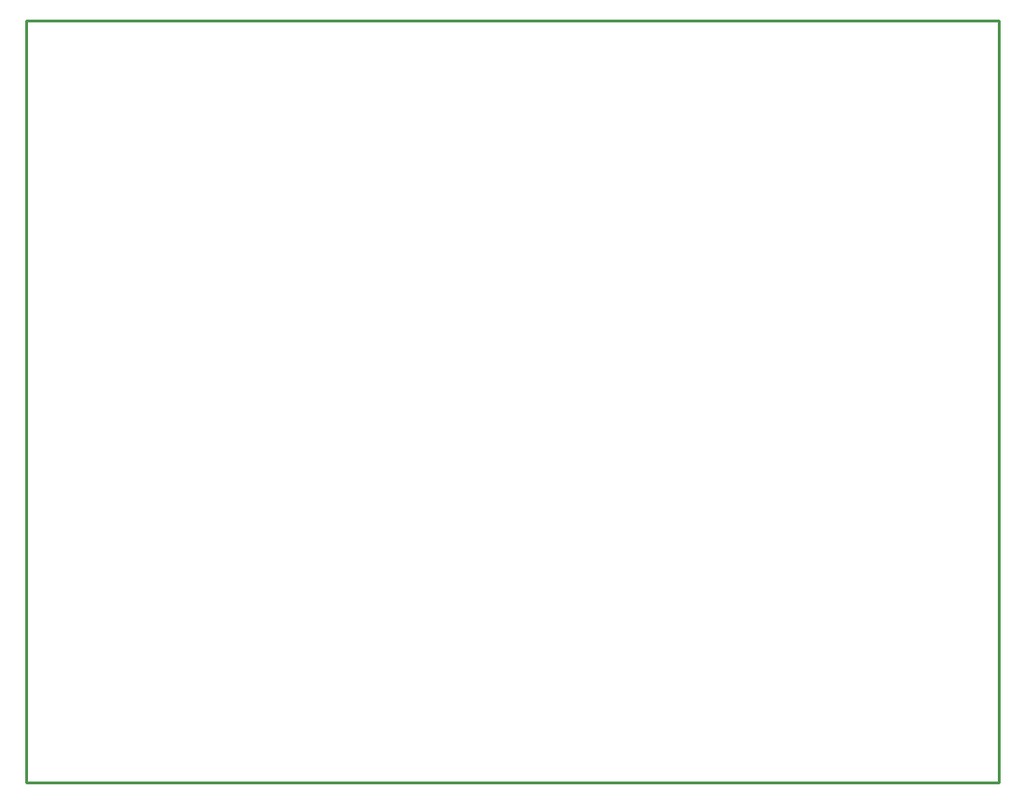
<source format=gko>
G04 Layer: BoardOutline*
G04 EasyEDA v6.3.22, 2020-02-29T13:15:50--6:00*
G04 7e361a66f70b42a58be88cf598946bd6,aa4253c5fc2745a6ae017adeef99ad3f,10*
G04 Gerber Generator version 0.2*
G04 Scale: 100 percent, Rotated: No, Reflected: No *
G04 Dimensions in millimeters *
G04 leading zeros omitted , absolute positions ,3 integer and 3 decimal *
%FSLAX33Y33*%
%MOMM*%
G90*
G71D02*

%ADD10C,0.254000*%
G54D10*
G01X0Y69088D02*
G01X88138Y69088D01*
G01X88138Y0D01*
G01X0Y0D01*
G01X0Y69088D01*
G01X254Y69088D01*

%LPD*%
M00*
M02*

</source>
